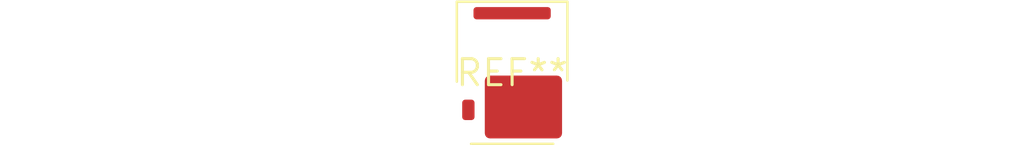
<source format=kicad_pcb>
(kicad_pcb (version 20240108) (generator pcbnew)
  (layers (0 "F.Cu" signal) (31 "B.Cu" signal) (34 "B.Paste" user) (35 "F.Paste" user) (36 "B.SilkS" user "B.Silkscreen") (37 "F.SilkS" user "F.Silkscreen") (38 "B.Mask" user) (39 "F.Mask" user) (44 "Edge.Cuts" user))
  (net 0 "")
  (footprint "GaN_Systems_GaNPX-3_5x6.6mm_Drain3.76x0.6mm" (layer "F.Cu") (at 0 0)
    (property "Reference" "REF**")
    (property "Value" "GaN_Systems_GaNPX-3_5x6.6mm_Drain3.76x0.6mm")
    (fp_line (start -2.69 -3.47) (end -2.69 0.4325) (layer "F.SilkS") (stroke (width 0.12)))
    (fp_line (start -2 3.47) (end 2 3.47) (layer "F.SilkS") (stroke (width 0.12)))
    (fp_line (start 2.69 -3.47) (end -2.69 -3.47) (layer "F.SilkS") (stroke (width 0.12)))
    (fp_line (start 2.69 0.375) (end 2.69 -3.47) (layer "F.SilkS") (stroke (width 0.12)))
    (pad "1" smd roundrect (at 0 -2.91) (size 3.76 0.6) (layers "F.Cu" "F.Paste" "F.Mask"))
    (pad "2" smd roundrect (at -2.13 1.81) (size 0.6 1) (layers "F.Cu" "F.Paste" "F.Mask"))
    (pad "3" smd roundrect (at 0.55 1.67) (size 3.76 3.07) (layers "F.Cu" "F.Mask") (roundrect_rratio 0.08143322476))
  )
)
</source>
